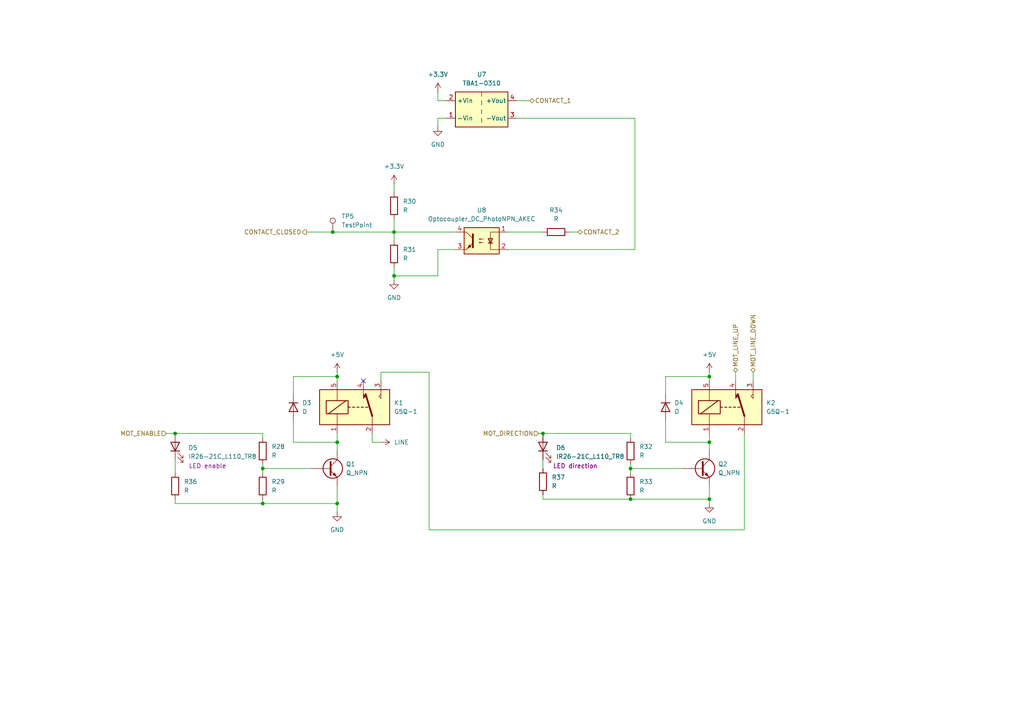
<source format=kicad_sch>
(kicad_sch (version 20250114) (generator "eeschema") (generator_version "9.0")
  (paper "A4")
  (title_block (title "iot-contact"))
  (lib_symbols
    (symbol "Connector:TestPoint" (pin_numbers (hide yes)) (pin_names (offset 0.762) (hide yes))
      (property "Reference" "TP" (at 0 6.858 0))
      (property "Value" "TestPoint" (at 0 5.08 0))
      (symbol "TestPoint_0_1"
        (circle (center 0 3.302) (radius 0.762))
      )
      (symbol "TestPoint_1_1"
        (pin passive line (at 0 0 90) (length 2.54) (name "1") (number "1"))
      )
    )
    (symbol "Converter_DCDC:TBA1-0310"
      (property "Reference" "U" (at -6.858 6.35 0))
      (property "Value" "TBA1-0310" (at 1.524 6.35 0))
      (symbol "TBA1-0310_0_0"
        (pin power_in line (at -10.16 2.54 0) (length 2.54) (name "+Vin") (number "2"))
        (pin power_in line (at -10.16 -2.54 0) (length 2.54) (name "-Vin") (number "1"))
        (pin power_out line (at 10.16 2.54 180) (length 2.54) (name "+Vout") (number "4"))
        (pin power_out line (at 10.16 -2.54 180) (length 2.54) (name "-Vout") (number "3"))
      )
      (symbol "TBA1-0310_0_1"
        (rectangle (start -7.62 5.08) (end 7.62 -5.08) (stroke (width 0.254)) (fill (type background)))
        (polyline (pts (xy 0 5.08) (xy 0 3.81)))
        (polyline (pts (xy 0 2.54) (xy 0 1.27)))
        (polyline (pts (xy 0 0) (xy 0 -1.27)))
        (polyline (pts (xy 0 -2.54) (xy 0 -3.81)))
      )
    )
    (symbol "Device:D" (pin_numbers (hide yes)) (pin_names (offset 1.016) (hide yes))
      (property "Reference" "D" (at 0 2.54 0))
      (property "Value" "D" (at 0 -2.54 0))
      (symbol "D_0_1"
        (polyline (pts (xy -1.27 1.27) (xy -1.27 -1.27)) (stroke (width 0.254)))
        (polyline (pts (xy 1.27 1.27) (xy 1.27 -1.27) (xy -1.27 0) (xy 1.27 1.27)) (stroke (width 0.254)))
        (polyline (pts (xy 1.27 0) (xy -1.27 0)))
      )
      (symbol "D_1_1"
        (pin passive line (at -3.81 0 0) (length 2.54) (name "K") (number "1"))
        (pin passive line (at 3.81 0 180) (length 2.54) (name "A") (number "2"))
      )
    )
    (symbol "Device:Q_NPN" (pin_numbers (hide yes)) (pin_names (offset 0) (hide yes))
      (property "Reference" "Q" (at 5.08 1.27 0))
      (property "Value" "Q_NPN" (at 5.08 -1.27 0))
      (symbol "Q_NPN_0_1"
        (polyline (pts (xy -2.54 0) (xy 0.635 0)))
        (polyline (pts (xy 0.635 1.905) (xy 0.635 -1.905)) (stroke (width 0.508)))
        (polyline (pts (xy 0.635 0.635) (xy 2.54 2.54)))
        (polyline (pts (xy 0.635 -0.635) (xy 2.54 -2.54)))
        (circle (center 1.27 0) (radius 2.8194) (stroke (width 0.254)))
        (polyline (pts (xy 1.27 -1.778) (xy 1.778 -1.27) (xy 2.286 -2.286) (xy 1.27 -1.778)) (fill (type outline)))
      )
      (symbol "Q_NPN_1_1"
        (pin input line (at -5.08 0 0) (length 2.54) (name "B") (number "B"))
        (pin passive line (at 2.54 5.08 270) (length 2.54) (name "C") (number "C"))
        (pin passive line (at 2.54 -5.08 90) (length 2.54) (name "E") (number "E"))
      )
    )
    (symbol "Device:R" (pin_numbers (hide yes)) (pin_names (offset 0))
      (property "Reference" "R" (at 2.032 0 90))
      (property "Value" "R" (at 0 0 90))
      (symbol "R_0_1"
        (rectangle (start -1.016 -2.54) (end 1.016 2.54) (stroke (width 0.254)))
      )
      (symbol "R_1_1"
        (pin passive line (at 0 3.81 270) (length 1.27) (name "~") (number "1"))
        (pin passive line (at 0 -3.81 90) (length 1.27) (name "~") (number "2"))
      )
    )
    (symbol "Isolator:Optocoupler_DC_PhotoNPN_AKEC"
      (property "Reference" "U" (at -5.08 5.08 0))
      (property "Value" "Optocoupler_DC_PhotoNPN_AKEC" (at 0 5.08 0))
      (symbol "Optocoupler_DC_PhotoNPN_AKEC_0_1"
        (rectangle (start -5.08 3.81) (end 5.08 -3.81) (stroke (width 0.254)) (fill (type background)))
        (polyline (pts (xy -5.08 2.54) (xy -2.54 2.54) (xy -2.54 -1.27) (xy -2.54 0.635)))
        (polyline (pts (xy -3.175 -0.635) (xy -1.905 -0.635)) (stroke (width 0.254)))
        (polyline (pts (xy -2.54 -0.635) (xy -2.54 -2.54) (xy -5.08 -2.54)))
        (polyline (pts (xy -2.54 -0.635) (xy -3.175 0.635) (xy -1.905 0.635) (xy -2.54 -0.635)) (stroke (width 0.254)))
        (polyline (pts (xy -0.508 0.508) (xy 0.762 0.508) (xy 0.381 0.381) (xy 0.381 0.635) (xy 0.762 0.508)))
        (polyline (pts (xy -0.508 -0.508) (xy 0.762 -0.508) (xy 0.381 -0.635) (xy 0.381 -0.381) (xy 0.762 -0.508)))
        (polyline (pts (xy 2.54 1.905) (xy 2.54 -1.905)) (stroke (width 0.508)))
        (polyline (pts (xy 2.54 0.635) (xy 4.445 2.54)))
        (polyline (pts (xy 3.048 -1.651) (xy 3.556 -1.143) (xy 4.064 -2.159) (xy 3.048 -1.651)) (fill (type outline)))
        (polyline (pts (xy 4.445 2.54) (xy 5.08 2.54)))
        (polyline (pts (xy 4.445 -2.54) (xy 2.54 -0.635)) (fill (type outline)))
        (polyline (pts (xy 4.445 -2.54) (xy 5.08 -2.54)))
      )
      (symbol "Optocoupler_DC_PhotoNPN_AKEC_1_1"
        (pin passive line (at -7.62 2.54 0) (length 2.54) (name "~") (number "1"))
        (pin passive line (at -7.62 -2.54 0) (length 2.54) (name "~") (number "2"))
        (pin passive line (at 7.62 2.54 180) (length 2.54) (name "~") (number "4"))
        (pin passive line (at 7.62 -2.54 180) (length 2.54) (name "~") (number "3"))
      )
    )
    (symbol "LED:IR26-21C_L110_TR8" (pin_numbers (hide yes)) (pin_names (offset 1.016) (hide yes))
      (property "Reference" "D" (at 0 2.54 0))
      (property "Value" "IR26-21C_L110_TR8" (at 0 -3.81 0))
      (symbol "IR26-21C_L110_TR8_0_1"
        (polyline (pts (xy -3.048 -0.762) (xy -4.572 -2.286) (xy -3.81 -2.286) (xy -4.572 -2.286) (xy -4.572 -1.524)))
        (polyline (pts (xy -1.778 -0.762) (xy -3.302 -2.286) (xy -2.54 -2.286) (xy -3.302 -2.286) (xy -3.302 -1.524)))
        (polyline (pts (xy -1.27 0) (xy 1.27 0)))
        (polyline (pts (xy -1.27 -1.27) (xy -1.27 1.27)) (stroke (width 0.254)))
        (polyline (pts (xy 1.27 -1.27) (xy 1.27 1.27) (xy -1.27 0) (xy 1.27 -1.27)) (stroke (width 0.254)))
      )
      (symbol "IR26-21C_L110_TR8_1_1"
        (pin passive line (at -3.81 0 0) (length 2.54) (name "K") (number "1"))
        (pin passive line (at 3.81 0 180) (length 2.54) (name "A") (number "2"))
      )
    )
    (symbol "Relay:G5Q-1"
      (property "Reference" "K" (at 11.43 3.81 0))
      (property "Value" "G5Q-1" (at 11.43 1.27 0))
      (symbol "G5Q-1_0_0"
        (polyline (pts (xy 7.62 5.08) (xy 7.62 2.54) (xy 6.985 3.175) (xy 7.62 3.81)))
      )
      (symbol "G5Q-1_0_1"
        (rectangle (start -10.16 5.08) (end 10.16 -5.08) (stroke (width 0.254)) (fill (type background)))
        (rectangle (start -8.255 1.905) (end -1.905 -1.905) (stroke (width 0.254)))
        (polyline (pts (xy -7.62 -1.905) (xy -2.54 1.905)) (stroke (width 0.254)))
        (polyline (pts (xy -5.08 5.08) (xy -5.08 1.905)))
        (polyline (pts (xy -5.08 -5.08) (xy -5.08 -1.905)))
        (polyline (pts (xy -1.905 0) (xy -1.27 0)) (stroke (width 0.254)))
        (polyline (pts (xy -0.635 0) (xy 0 0)) (stroke (width 0.254)))
        (polyline (pts (xy 0.635 0) (xy 1.27 0)) (stroke (width 0.254)))
        (polyline (pts (xy 1.905 0) (xy 2.54 0)) (stroke (width 0.254)))
        (polyline (pts (xy 2.54 5.08) (xy 2.54 2.54) (xy 3.175 3.175) (xy 2.54 3.81)) (fill (type outline)))
        (polyline (pts (xy 3.175 0) (xy 3.81 0)) (stroke (width 0.254)))
        (polyline (pts (xy 5.08 -2.54) (xy 3.175 3.81)) (stroke (width 0.508)))
        (polyline (pts (xy 5.08 -2.54) (xy 5.08 -5.08)))
      )
      (symbol "G5Q-1_1_1"
        (pin passive line (at -5.08 7.62 270) (length 2.54) (name "~") (number "5"))
        (pin passive line (at -5.08 -7.62 90) (length 2.54) (name "~") (number "1"))
        (pin passive line (at 2.54 7.62 270) (length 2.54) (name "~") (number "4"))
        (pin passive line (at 5.08 -7.62 90) (length 2.54) (name "~") (number "2"))
        (pin passive line (at 7.62 7.62 270) (length 2.54) (name "~") (number "3"))
      )
    )
    (symbol "power:+3.3V" (power) (pin_numbers (hide yes)) (pin_names (offset 0) (hide yes))
      (property "Value" "+3.3V" (at 0 3.556 0))
      (symbol "+3.3V_0_1"
        (polyline (pts (xy -0.762 1.27) (xy 0 2.54)))
        (polyline (pts (xy 0 2.54) (xy 0.762 1.27)))
        (polyline (pts (xy 0 0) (xy 0 2.54)))
      )
      (symbol "+3.3V_1_1"
        (pin power_in line (at 0 0 90) (length 0) (name "~") (number "1"))
      )
    )
    (symbol "power:+5V" (power) (pin_numbers (hide yes)) (pin_names (offset 0) (hide yes))
      (property "Value" "+5V" (at 0 3.556 0))
      (symbol "+5V_0_1"
        (polyline (pts (xy -0.762 1.27) (xy 0 2.54)))
        (polyline (pts (xy 0 2.54) (xy 0.762 1.27)))
        (polyline (pts (xy 0 0) (xy 0 2.54)))
      )
      (symbol "+5V_1_1"
        (pin power_in line (at 0 0 90) (length 0) (name "~") (number "1"))
      )
    )
    (symbol "power:GND" (power) (pin_numbers (hide yes)) (pin_names (offset 0) (hide yes))
      (property "Value" "GND" (at 0 -3.81 0))
      (symbol "GND_0_1"
        (polyline (pts (xy 0 0) (xy 0 -1.27) (xy 1.27 -1.27) (xy 0 -2.54) (xy -1.27 -1.27) (xy 0 -1.27)))
      )
      (symbol "GND_1_1"
        (pin power_in line (at 0 0 270) (length 0) (name "~") (number "1"))
      )
    )
    (symbol "power:LINE" (power) (pin_numbers (hide yes)) (pin_names (offset 0) (hide yes))
      (property "Value" "LINE" (at 0 3.556 0))
      (symbol "LINE_0_1"
        (polyline (pts (xy -0.762 1.27) (xy 0 2.54)))
        (polyline (pts (xy 0 2.54) (xy 0.762 1.27)))
        (polyline (pts (xy 0 0) (xy 0 2.54)))
      )
      (symbol "LINE_1_1"
        (pin power_in line (at 0 0 90) (length 0) (name "~") (number "1"))
      )
    )
  )
  (junction (at 114.3 80.01))
  (junction (at 114.3 67.31))
  (junction (at 97.79 109.22))
  (junction (at 76.2 135.89))
  (junction (at 205.74 144.78))
  (junction (at 76.2 146.05))
  (junction (at 182.88 135.89))
  (junction (at 205.74 109.22))
  (junction (at 96.52 67.31))
  (junction (at 157.48 125.73))
  (junction (at 97.79 146.05))
  (junction (at 182.88 144.78))
  (junction (at 97.79 128.27))
  (junction (at 205.74 128.27))
  (junction (at 50.8 125.73))
  (no_connect (at 105.41 110.49))
  (wire (pts (xy 205.74 107.95) (xy 205.74 109.22)))
  (wire (pts (xy 157.48 133.35) (xy 157.48 135.89)))
  (wire (pts (xy 76.2 125.73) (xy 50.8 125.73)))
  (wire (pts (xy 97.79 128.27) (xy 97.79 130.81)))
  (wire (pts (xy 50.8 133.35) (xy 50.8 137.16)))
  (wire (pts (xy 85.09 109.22) (xy 97.79 109.22)))
  (wire (pts (xy 97.79 146.05) (xy 97.79 148.59)))
  (wire (pts (xy 97.79 140.97) (xy 97.79 146.05)))
  (wire (pts (xy 147.32 67.31) (xy 157.48 67.31)))
  (wire (pts (xy 149.86 34.29) (xy 184.15 34.29)))
  (wire (pts (xy 85.09 121.92) (xy 85.09 128.27)))
  (wire (pts (xy 114.3 67.31) (xy 114.3 63.5)))
  (wire (pts (xy 156.21 125.73) (xy 157.48 125.73)))
  (wire (pts (xy 157.48 143.51) (xy 157.48 144.78)))
  (wire (pts (xy 76.2 135.89) (xy 76.2 137.16)))
  (wire (pts (xy 205.74 144.78) (xy 205.74 146.05)))
  (wire (pts (xy 182.88 125.73) (xy 182.88 127)))
  (wire (pts (xy 76.2 135.89) (xy 76.2 134.62)))
  (wire (pts (xy 114.3 67.31) (xy 114.3 69.85)))
  (wire (pts (xy 124.46 107.95) (xy 124.46 153.67)))
  (wire (pts (xy 114.3 77.47) (xy 114.3 80.01)))
  (wire (pts (xy 218.44 107.95) (xy 218.44 110.49)))
  (wire (pts (xy 88.9 67.31) (xy 96.52 67.31)))
  (wire (pts (xy 114.3 53.34) (xy 114.3 55.88)))
  (wire (pts (xy 76.2 146.05) (xy 97.79 146.05)))
  (wire (pts (xy 193.04 109.22) (xy 205.74 109.22)))
  (wire (pts (xy 198.12 135.89) (xy 182.88 135.89)))
  (wire (pts (xy 129.54 34.29) (xy 127 34.29)))
  (wire (pts (xy 110.49 128.27) (xy 107.95 128.27)))
  (wire (pts (xy 114.3 80.01) (xy 114.3 81.28)))
  (wire (pts (xy 97.79 109.22) (xy 97.79 110.49)))
  (wire (pts (xy 127 29.21) (xy 127 26.67)))
  (wire (pts (xy 205.74 140.97) (xy 205.74 144.78)))
  (wire (pts (xy 50.8 146.05) (xy 76.2 146.05)))
  (wire (pts (xy 97.79 107.95) (xy 97.79 109.22)))
  (wire (pts (xy 184.15 72.39) (xy 147.32 72.39)))
  (wire (pts (xy 114.3 67.31) (xy 132.08 67.31)))
  (wire (pts (xy 182.88 134.62) (xy 182.88 135.89)))
  (wire (pts (xy 127 80.01) (xy 114.3 80.01)))
  (wire (pts (xy 193.04 114.3) (xy 193.04 109.22)))
  (wire (pts (xy 90.17 135.89) (xy 76.2 135.89)))
  (wire (pts (xy 149.86 29.21) (xy 153.67 29.21)))
  (wire (pts (xy 193.04 128.27) (xy 205.74 128.27)))
  (wire (pts (xy 205.74 125.73) (xy 205.74 128.27)))
  (wire (pts (xy 205.74 128.27) (xy 205.74 130.81)))
  (wire (pts (xy 50.8 125.73) (xy 48.26 125.73)))
  (wire (pts (xy 182.88 144.78) (xy 205.74 144.78)))
  (wire (pts (xy 96.52 67.31) (xy 114.3 67.31)))
  (wire (pts (xy 182.88 135.89) (xy 182.88 137.16)))
  (wire (pts (xy 127 72.39) (xy 127 80.01)))
  (wire (pts (xy 184.15 34.29) (xy 184.15 72.39)))
  (wire (pts (xy 165.1 67.31) (xy 167.64 67.31)))
  (wire (pts (xy 157.48 144.78) (xy 182.88 144.78)))
  (wire (pts (xy 129.54 29.21) (xy 127 29.21)))
  (wire (pts (xy 157.48 125.73) (xy 182.88 125.73)))
  (wire (pts (xy 97.79 125.73) (xy 97.79 128.27)))
  (wire (pts (xy 205.74 109.22) (xy 205.74 110.49)))
  (wire (pts (xy 215.9 153.67) (xy 215.9 125.73)))
  (wire (pts (xy 213.36 107.95) (xy 213.36 110.49)))
  (wire (pts (xy 85.09 128.27) (xy 97.79 128.27)))
  (wire (pts (xy 76.2 125.73) (xy 76.2 127)))
  (wire (pts (xy 107.95 128.27) (xy 107.95 125.73)))
  (wire (pts (xy 110.49 107.95) (xy 124.46 107.95)))
  (wire (pts (xy 193.04 121.92) (xy 193.04 128.27)))
  (wire (pts (xy 110.49 110.49) (xy 110.49 107.95)))
  (wire (pts (xy 127 34.29) (xy 127 36.83)))
  (wire (pts (xy 132.08 72.39) (xy 127 72.39)))
  (wire (pts (xy 76.2 144.78) (xy 76.2 146.05)))
  (wire (pts (xy 50.8 144.78) (xy 50.8 146.05)))
  (wire (pts (xy 85.09 114.3) (xy 85.09 109.22)))
  (wire (pts (xy 124.46 153.67) (xy 215.9 153.67)))
  (hierarchical_label "CONTACT_1" (shape bidirectional) (at 153.67 29.21 0))
  (hierarchical_label "CONTACT_2" (shape bidirectional) (at 167.64 67.31 0))
  (hierarchical_label "MOT_ENABLE" (shape input) (at 48.26 125.73 180))
  (hierarchical_label "MOT_LINE_DOWN" (shape bidirectional) (at 218.44 107.95 90))
  (hierarchical_label "MOT_LINE_UP" (shape bidirectional) (at 213.36 107.95 90))
  (hierarchical_label "CONTACT_CLOSED" (shape output) (at 88.9 67.31 180))
  (hierarchical_label "MOT_DIRECTION" (shape input) (at 156.21 125.73 180))
  (symbol (lib_id "Device:R") (at 50.8 140.97 0) (unit 1)
    (property "Reference" "R36" (at 53.34 139.6999 0) (effects (justify left)))
    (property "Value" "R" (at 53.34 142.2399 0) (effects (justify left)))
    (property "Description" "Resistor" (effects (hide yes)))
  )
  (symbol (lib_id "Isolator:Optocoupler_DC_PhotoNPN_AKEC") (at 139.7 69.85 0) (mirror y) (unit 1)
    (property "Reference" "U8" (at 139.7 60.96 0))
    (property "Value" "Optocoupler_DC_PhotoNPN_AKEC" (at 139.7 63.5 0))
    (property "Description" "Generic DC optocoupler with NPN phototransistor output, pins order: anode/cathode/emitter/collector" (effects (hide yes)))
  )
  (symbol (lib_id "power:LINE") (at 110.49 128.27 270) (unit 1)
    (property "Reference" "#PWR040" (effects (hide yes)))
    (property "Value" "LINE" (at 114.3 128.2699 90) (effects (justify left)))
    (property "Description" "Power symbol creates a global label with name \"LINE\"" (effects (hide yes)))
  )
  (symbol (lib_id "Device:R") (at 76.2 140.97 0) (unit 1)
    (property "Reference" "R29" (at 78.74 139.6999 0) (effects (justify left)))
    (property "Value" "R" (at 78.74 142.2399 0) (effects (justify left)))
    (property "Description" "Resistor" (effects (hide yes)))
  )
  (symbol (lib_id "Device:R") (at 157.48 139.7 0) (unit 1)
    (property "Reference" "R37" (at 160.02 138.4299 0) (effects (justify left)))
    (property "Value" "R" (at 160.02 140.9699 0) (effects (justify left)))
    (property "Description" "Resistor" (effects (hide yes)))
  )
  (symbol (lib_id "Device:Q_NPN") (at 203.2 135.89 0) (unit 1)
    (property "Reference" "Q2" (at 208.28 134.6199 0) (effects (justify left)))
    (property "Value" "Q_NPN" (at 208.28 137.1599 0) (effects (justify left)))
    (property "Description" "NPN bipolar junction transistor" (effects (hide yes)))
  )
  (symbol (lib_id "Device:R") (at 76.2 130.81 0) (unit 1)
    (property "Reference" "R28" (at 78.74 129.5399 0) (effects (justify left)))
    (property "Value" "R" (at 78.74 132.0799 0) (effects (justify left)))
    (property "Description" "Resistor" (effects (hide yes)))
  )
  (symbol (lib_id "Relay:G5Q-1") (at 210.82 118.11 0) (unit 1)
    (property "Reference" "K2" (at 222.25 116.8399 0) (effects (justify left)))
    (property "Value" "G5Q-1" (at 222.25 119.3799 0) (effects (justify left)))
    (property "Footprint" "Relay_THT:Relay_SPDT_Omron-G5Q-1" (effects (hide yes)))
    (property "Datasheet" "https://www.omron.com/ecb/products/pdf/en-g5q.pdf" (effects (hide yes)))
    (property "Description" "Omron G5G relay, Miniature Single Pole, SPDT, 10A" (effects (hide yes)))
  )
  (symbol (lib_id "power:+5V") (at 205.74 107.95 0) (unit 1)
    (property "Reference" "#PWR045" (effects (hide yes)))
    (property "Value" "+5V" (at 205.74 102.87 0))
    (property "Description" "Power symbol creates a global label with name \"+5V\"" (effects (hide yes)))
  )
  (symbol (lib_id "power:GND") (at 114.3 81.28 0) (unit 1)
    (property "Reference" "#PWR042" (effects (hide yes)))
    (property "Value" "GND" (at 114.3 86.36 0))
    (property "Description" "Power symbol creates a global label with name \"GND\" , ground" (effects (hide yes)))
  )
  (symbol (lib_id "Device:R") (at 161.29 67.31 90) (unit 1)
    (property "Reference" "R34" (at 161.29 60.96 90))
    (property "Value" "R" (at 161.29 63.5 90))
    (property "Description" "Resistor" (effects (hide yes)))
  )
  (symbol (lib_id "Relay:G5Q-1") (at 102.87 118.11 0) (unit 1)
    (property "Reference" "K1" (at 114.3 116.8399 0) (effects (justify left)))
    (property "Value" "G5Q-1" (at 114.3 119.3799 0) (effects (justify left)))
    (property "Footprint" "Relay_THT:Relay_SPDT_Omron-G5Q-1" (effects (hide yes)))
    (property "Datasheet" "https://www.omron.com/ecb/products/pdf/en-g5q.pdf" (effects (hide yes)))
    (property "Description" "Omron G5G relay, Miniature Single Pole, SPDT, 10A" (effects (hide yes)))
  )
  (symbol (lib_id "Device:R") (at 114.3 73.66 0) (unit 1)
    (property "Reference" "R31" (at 116.84 72.3899 0) (effects (justify left)))
    (property "Value" "R" (at 116.84 74.9299 0) (effects (justify left)))
    (property "Description" "Resistor" (effects (hide yes)))
  )
  (symbol (lib_id "power:GND") (at 205.74 146.05 0) (unit 1)
    (property "Reference" "#PWR046" (effects (hide yes)))
    (property "Value" "GND" (at 205.74 151.13 0))
    (property "Description" "Power symbol creates a global label with name \"GND\" , ground" (effects (hide yes)))
  )
  (symbol (lib_id "power:+5V") (at 97.79 107.95 0) (unit 1)
    (property "Reference" "#PWR038" (effects (hide yes)))
    (property "Value" "+5V" (at 97.79 102.87 0))
    (property "Description" "Power symbol creates a global label with name \"+5V\"" (effects (hide yes)))
  )
  (symbol (lib_id "Connector:TestPoint") (at 96.52 67.31 0) (unit 1)
    (property "Reference" "TP5" (at 99.06 62.7379 0) (effects (justify left)))
    (property "Value" "TestPoint" (at 99.06 65.2779 0) (effects (justify left)))
    (property "Description" "test point" (effects (hide yes)))
  )
  (symbol (lib_id "Device:D") (at 193.04 118.11 270) (unit 1)
    (property "Reference" "D4" (at 195.58 116.8399 90) (effects (justify left)))
    (property "Value" "D" (at 195.58 119.3799 90) (effects (justify left)))
    (property "Description" "Diode" (effects (hide yes)))
    (property "Sim.Device" "D" (effects (hide yes)))
    (property "Sim.Pins" "1=K 2=A" (effects (hide yes)))
  )
  (symbol (lib_id "power:GND") (at 97.79 148.59 0) (unit 1)
    (property "Reference" "#PWR039" (effects (hide yes)))
    (property "Value" "GND" (at 97.79 153.67 0))
    (property "Description" "Power symbol creates a global label with name \"GND\" , ground" (effects (hide yes)))
  )
  (symbol (lib_id "power:GND") (at 127 36.83 0) (unit 1)
    (property "Reference" "#PWR044" (effects (hide yes)))
    (property "Value" "GND" (at 127 41.91 0))
    (property "Description" "Power symbol creates a global label with name \"GND\" , ground" (effects (hide yes)))
  )
  (symbol (lib_id "power:+3.3V") (at 114.3 53.34 0) (unit 1)
    (property "Reference" "#PWR041" (effects (hide yes)))
    (property "Value" "+3.3V" (at 114.3 48.26 0))
    (property "Description" "Power symbol creates a global label with name \"+3.3V\"" (effects (hide yes)))
  )
  (symbol (lib_id "power:+3.3V") (at 127 26.67 0) (unit 1)
    (property "Reference" "#PWR043" (effects (hide yes)))
    (property "Value" "+3.3V" (at 127 21.59 0))
    (property "Description" "Power symbol creates a global label with name \"+3.3V\"" (effects (hide yes)))
  )
  (symbol (lib_id "LED:IR26-21C_L110_TR8") (at 50.8 129.54 90) (unit 1)
    (property "Reference" "D5" (at 54.61 129.8574 90) (effects (justify right)))
    (property "Value" "IR26-21C_L110_TR8" (at 54.61 132.3974 90) (effects (justify right)))
    (property "Footprint" "LED_SMD:LED_1206_3216Metric" (effects (hide yes)))
    (property "Datasheet" "http://www.everlight.com/file/ProductFile/IR26-21C-L110-TR8.pdf" (effects (hide yes)))
    (property "Description" "LED enable" (at 60.198 135.128 90))
  )
  (symbol (lib_id "Converter_DCDC:TBA1-0310") (at 139.7 31.75 0) (unit 1)
    (property "Reference" "U7" (at 139.7 21.59 0))
    (property "Value" "TBA1-0310" (at 139.7 24.13 0))
    (property "Footprint" "Converter_DCDC:Converter_DCDC_TRACO_TBA1-xxxx_THT" (effects (hide yes)))
    (property "Datasheet" "https://www.tracopower.com/products/tba1.pdf" (effects (hide yes)))
    (property "Description" "1W DC/DC converter unregulated, 2.97-3.63V input, 3.3V fixed output voltage, 260mA output, 1.5kVDC isolation, SIP-4" (effects (hide yes)))
  )
  (symbol (lib_id "Device:R") (at 182.88 140.97 0) (unit 1)
    (property "Reference" "R33" (at 185.42 139.6999 0) (effects (justify left)))
    (property "Value" "R" (at 185.42 142.2399 0) (effects (justify left)))
    (property "Description" "Resistor" (effects (hide yes)))
  )
  (symbol (lib_id "Device:R") (at 114.3 59.69 0) (unit 1)
    (property "Reference" "R30" (at 116.84 58.4199 0) (effects (justify left)))
    (property "Value" "R" (at 116.84 60.9599 0) (effects (justify left)))
    (property "Description" "Resistor" (effects (hide yes)))
  )
  (symbol (lib_id "Device:D") (at 85.09 118.11 270) (unit 1)
    (property "Reference" "D3" (at 87.63 116.8399 90) (effects (justify left)))
    (property "Value" "D" (at 87.63 119.3799 90) (effects (justify left)))
    (property "Description" "Diode" (effects (hide yes)))
    (property "Sim.Device" "D" (effects (hide yes)))
    (property "Sim.Pins" "1=K 2=A" (effects (hide yes)))
  )
  (symbol (lib_id "Device:R") (at 182.88 130.81 0) (unit 1)
    (property "Reference" "R32" (at 185.42 129.5399 0) (effects (justify left)))
    (property "Value" "R" (at 185.42 132.0799 0) (effects (justify left)))
    (property "Description" "Resistor" (effects (hide yes)))
  )
  (symbol (lib_id "LED:IR26-21C_L110_TR8") (at 157.48 129.54 90) (unit 1)
    (property "Reference" "D6" (at 161.29 129.8574 90) (effects (justify right)))
    (property "Value" "IR26-21C_L110_TR8" (at 161.29 132.3974 90) (effects (justify right)))
    (property "Footprint" "LED_SMD:LED_1206_3216Metric" (effects (hide yes)))
    (property "Datasheet" "http://www.everlight.com/file/ProductFile/IR26-21C-L110-TR8.pdf" (effects (hide yes)))
    (property "Description" "LED direction" (at 166.878 135.128 90))
  )
  (symbol (lib_id "Device:Q_NPN") (at 95.25 135.89 0) (unit 1)
    (property "Reference" "Q1" (at 100.33 134.6199 0) (effects (justify left)))
    (property "Value" "Q_NPN" (at 100.33 137.1599 0) (effects (justify left)))
    (property "Description" "NPN bipolar junction transistor" (effects (hide yes)))
  )
)
</source>
